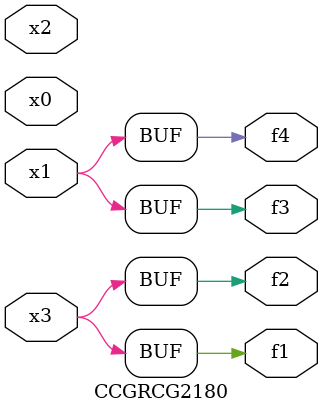
<source format=v>
module CCGRCG2180(
	input x0, x1, x2, x3,
	output f1, f2, f3, f4
);
	assign f1 = x3;
	assign f2 = x3;
	assign f3 = x1;
	assign f4 = x1;
endmodule

</source>
